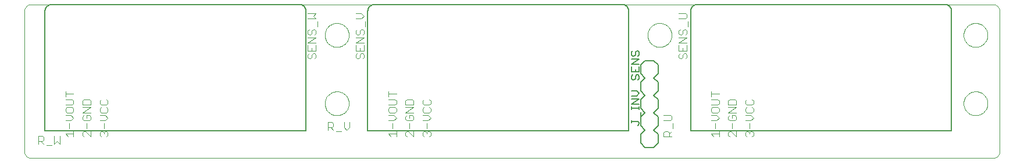
<source format=gto>
G75*
%MOIN*%
%OFA0B0*%
%FSLAX24Y24*%
%IPPOS*%
%LPD*%
%AMOC8*
5,1,8,0,0,1.08239X$1,22.5*
%
%ADD10C,0.0000*%
%ADD11C,0.0050*%
%ADD12C,0.0040*%
%ADD13C,0.0080*%
D10*
X002518Y000574D02*
X057636Y000574D01*
X057636Y000573D02*
X057675Y000575D01*
X057713Y000581D01*
X057750Y000590D01*
X057787Y000603D01*
X057822Y000620D01*
X057855Y000639D01*
X057886Y000662D01*
X057915Y000688D01*
X057941Y000717D01*
X057964Y000748D01*
X057983Y000781D01*
X058000Y000816D01*
X058013Y000853D01*
X058022Y000890D01*
X058028Y000928D01*
X058030Y000967D01*
X058029Y000967D02*
X058029Y009038D01*
X058030Y009038D02*
X058028Y009077D01*
X058022Y009115D01*
X058013Y009152D01*
X058000Y009189D01*
X057983Y009224D01*
X057964Y009257D01*
X057941Y009288D01*
X057915Y009317D01*
X057886Y009343D01*
X057855Y009366D01*
X057822Y009385D01*
X057787Y009402D01*
X057750Y009415D01*
X057713Y009424D01*
X057675Y009430D01*
X057636Y009432D01*
X002518Y009432D01*
X002479Y009430D01*
X002441Y009424D01*
X002404Y009415D01*
X002367Y009402D01*
X002332Y009385D01*
X002299Y009366D01*
X002268Y009343D01*
X002239Y009317D01*
X002213Y009288D01*
X002190Y009257D01*
X002171Y009224D01*
X002154Y009189D01*
X002141Y009152D01*
X002132Y009115D01*
X002126Y009077D01*
X002124Y009038D01*
X002124Y000967D01*
X002126Y000928D01*
X002132Y000890D01*
X002141Y000853D01*
X002154Y000816D01*
X002171Y000781D01*
X002190Y000748D01*
X002213Y000717D01*
X002239Y000688D01*
X002268Y000662D01*
X002299Y000639D01*
X002332Y000620D01*
X002367Y000603D01*
X002404Y000590D01*
X002441Y000581D01*
X002479Y000575D01*
X002518Y000573D01*
X019348Y003723D02*
X019350Y003775D01*
X019356Y003827D01*
X019366Y003878D01*
X019379Y003928D01*
X019397Y003978D01*
X019418Y004025D01*
X019442Y004071D01*
X019471Y004115D01*
X019502Y004157D01*
X019536Y004196D01*
X019573Y004233D01*
X019613Y004266D01*
X019656Y004297D01*
X019700Y004324D01*
X019746Y004348D01*
X019795Y004368D01*
X019844Y004384D01*
X019895Y004397D01*
X019946Y004406D01*
X019998Y004411D01*
X020050Y004412D01*
X020102Y004409D01*
X020154Y004402D01*
X020205Y004391D01*
X020255Y004377D01*
X020304Y004358D01*
X020351Y004336D01*
X020396Y004311D01*
X020440Y004282D01*
X020481Y004250D01*
X020520Y004215D01*
X020555Y004177D01*
X020588Y004136D01*
X020618Y004094D01*
X020644Y004049D01*
X020667Y004002D01*
X020686Y003953D01*
X020702Y003903D01*
X020714Y003853D01*
X020722Y003801D01*
X020726Y003749D01*
X020726Y003697D01*
X020722Y003645D01*
X020714Y003593D01*
X020702Y003543D01*
X020686Y003493D01*
X020667Y003444D01*
X020644Y003397D01*
X020618Y003352D01*
X020588Y003310D01*
X020555Y003269D01*
X020520Y003231D01*
X020481Y003196D01*
X020440Y003164D01*
X020396Y003135D01*
X020351Y003110D01*
X020304Y003088D01*
X020255Y003069D01*
X020205Y003055D01*
X020154Y003044D01*
X020102Y003037D01*
X020050Y003034D01*
X019998Y003035D01*
X019946Y003040D01*
X019895Y003049D01*
X019844Y003062D01*
X019795Y003078D01*
X019746Y003098D01*
X019700Y003122D01*
X019656Y003149D01*
X019613Y003180D01*
X019573Y003213D01*
X019536Y003250D01*
X019502Y003289D01*
X019471Y003331D01*
X019442Y003375D01*
X019418Y003421D01*
X019397Y003468D01*
X019379Y003518D01*
X019366Y003568D01*
X019356Y003619D01*
X019350Y003671D01*
X019348Y003723D01*
X019348Y007660D02*
X019350Y007712D01*
X019356Y007764D01*
X019366Y007815D01*
X019379Y007865D01*
X019397Y007915D01*
X019418Y007962D01*
X019442Y008008D01*
X019471Y008052D01*
X019502Y008094D01*
X019536Y008133D01*
X019573Y008170D01*
X019613Y008203D01*
X019656Y008234D01*
X019700Y008261D01*
X019746Y008285D01*
X019795Y008305D01*
X019844Y008321D01*
X019895Y008334D01*
X019946Y008343D01*
X019998Y008348D01*
X020050Y008349D01*
X020102Y008346D01*
X020154Y008339D01*
X020205Y008328D01*
X020255Y008314D01*
X020304Y008295D01*
X020351Y008273D01*
X020396Y008248D01*
X020440Y008219D01*
X020481Y008187D01*
X020520Y008152D01*
X020555Y008114D01*
X020588Y008073D01*
X020618Y008031D01*
X020644Y007986D01*
X020667Y007939D01*
X020686Y007890D01*
X020702Y007840D01*
X020714Y007790D01*
X020722Y007738D01*
X020726Y007686D01*
X020726Y007634D01*
X020722Y007582D01*
X020714Y007530D01*
X020702Y007480D01*
X020686Y007430D01*
X020667Y007381D01*
X020644Y007334D01*
X020618Y007289D01*
X020588Y007247D01*
X020555Y007206D01*
X020520Y007168D01*
X020481Y007133D01*
X020440Y007101D01*
X020396Y007072D01*
X020351Y007047D01*
X020304Y007025D01*
X020255Y007006D01*
X020205Y006992D01*
X020154Y006981D01*
X020102Y006974D01*
X020050Y006971D01*
X019998Y006972D01*
X019946Y006977D01*
X019895Y006986D01*
X019844Y006999D01*
X019795Y007015D01*
X019746Y007035D01*
X019700Y007059D01*
X019656Y007086D01*
X019613Y007117D01*
X019573Y007150D01*
X019536Y007187D01*
X019502Y007226D01*
X019471Y007268D01*
X019442Y007312D01*
X019418Y007358D01*
X019397Y007405D01*
X019379Y007455D01*
X019366Y007505D01*
X019356Y007556D01*
X019350Y007608D01*
X019348Y007660D01*
X037852Y007660D02*
X037854Y007712D01*
X037860Y007764D01*
X037870Y007815D01*
X037883Y007865D01*
X037901Y007915D01*
X037922Y007962D01*
X037946Y008008D01*
X037975Y008052D01*
X038006Y008094D01*
X038040Y008133D01*
X038077Y008170D01*
X038117Y008203D01*
X038160Y008234D01*
X038204Y008261D01*
X038250Y008285D01*
X038299Y008305D01*
X038348Y008321D01*
X038399Y008334D01*
X038450Y008343D01*
X038502Y008348D01*
X038554Y008349D01*
X038606Y008346D01*
X038658Y008339D01*
X038709Y008328D01*
X038759Y008314D01*
X038808Y008295D01*
X038855Y008273D01*
X038900Y008248D01*
X038944Y008219D01*
X038985Y008187D01*
X039024Y008152D01*
X039059Y008114D01*
X039092Y008073D01*
X039122Y008031D01*
X039148Y007986D01*
X039171Y007939D01*
X039190Y007890D01*
X039206Y007840D01*
X039218Y007790D01*
X039226Y007738D01*
X039230Y007686D01*
X039230Y007634D01*
X039226Y007582D01*
X039218Y007530D01*
X039206Y007480D01*
X039190Y007430D01*
X039171Y007381D01*
X039148Y007334D01*
X039122Y007289D01*
X039092Y007247D01*
X039059Y007206D01*
X039024Y007168D01*
X038985Y007133D01*
X038944Y007101D01*
X038900Y007072D01*
X038855Y007047D01*
X038808Y007025D01*
X038759Y007006D01*
X038709Y006992D01*
X038658Y006981D01*
X038606Y006974D01*
X038554Y006971D01*
X038502Y006972D01*
X038450Y006977D01*
X038399Y006986D01*
X038348Y006999D01*
X038299Y007015D01*
X038250Y007035D01*
X038204Y007059D01*
X038160Y007086D01*
X038117Y007117D01*
X038077Y007150D01*
X038040Y007187D01*
X038006Y007226D01*
X037975Y007268D01*
X037946Y007312D01*
X037922Y007358D01*
X037901Y007405D01*
X037883Y007455D01*
X037870Y007505D01*
X037860Y007556D01*
X037854Y007608D01*
X037852Y007660D01*
X055963Y007660D02*
X055965Y007712D01*
X055971Y007764D01*
X055981Y007815D01*
X055994Y007865D01*
X056012Y007915D01*
X056033Y007962D01*
X056057Y008008D01*
X056086Y008052D01*
X056117Y008094D01*
X056151Y008133D01*
X056188Y008170D01*
X056228Y008203D01*
X056271Y008234D01*
X056315Y008261D01*
X056361Y008285D01*
X056410Y008305D01*
X056459Y008321D01*
X056510Y008334D01*
X056561Y008343D01*
X056613Y008348D01*
X056665Y008349D01*
X056717Y008346D01*
X056769Y008339D01*
X056820Y008328D01*
X056870Y008314D01*
X056919Y008295D01*
X056966Y008273D01*
X057011Y008248D01*
X057055Y008219D01*
X057096Y008187D01*
X057135Y008152D01*
X057170Y008114D01*
X057203Y008073D01*
X057233Y008031D01*
X057259Y007986D01*
X057282Y007939D01*
X057301Y007890D01*
X057317Y007840D01*
X057329Y007790D01*
X057337Y007738D01*
X057341Y007686D01*
X057341Y007634D01*
X057337Y007582D01*
X057329Y007530D01*
X057317Y007480D01*
X057301Y007430D01*
X057282Y007381D01*
X057259Y007334D01*
X057233Y007289D01*
X057203Y007247D01*
X057170Y007206D01*
X057135Y007168D01*
X057096Y007133D01*
X057055Y007101D01*
X057011Y007072D01*
X056966Y007047D01*
X056919Y007025D01*
X056870Y007006D01*
X056820Y006992D01*
X056769Y006981D01*
X056717Y006974D01*
X056665Y006971D01*
X056613Y006972D01*
X056561Y006977D01*
X056510Y006986D01*
X056459Y006999D01*
X056410Y007015D01*
X056361Y007035D01*
X056315Y007059D01*
X056271Y007086D01*
X056228Y007117D01*
X056188Y007150D01*
X056151Y007187D01*
X056117Y007226D01*
X056086Y007268D01*
X056057Y007312D01*
X056033Y007358D01*
X056012Y007405D01*
X055994Y007455D01*
X055981Y007505D01*
X055971Y007556D01*
X055965Y007608D01*
X055963Y007660D01*
X055963Y003723D02*
X055965Y003775D01*
X055971Y003827D01*
X055981Y003878D01*
X055994Y003928D01*
X056012Y003978D01*
X056033Y004025D01*
X056057Y004071D01*
X056086Y004115D01*
X056117Y004157D01*
X056151Y004196D01*
X056188Y004233D01*
X056228Y004266D01*
X056271Y004297D01*
X056315Y004324D01*
X056361Y004348D01*
X056410Y004368D01*
X056459Y004384D01*
X056510Y004397D01*
X056561Y004406D01*
X056613Y004411D01*
X056665Y004412D01*
X056717Y004409D01*
X056769Y004402D01*
X056820Y004391D01*
X056870Y004377D01*
X056919Y004358D01*
X056966Y004336D01*
X057011Y004311D01*
X057055Y004282D01*
X057096Y004250D01*
X057135Y004215D01*
X057170Y004177D01*
X057203Y004136D01*
X057233Y004094D01*
X057259Y004049D01*
X057282Y004002D01*
X057301Y003953D01*
X057317Y003903D01*
X057329Y003853D01*
X057337Y003801D01*
X057341Y003749D01*
X057341Y003697D01*
X057337Y003645D01*
X057329Y003593D01*
X057317Y003543D01*
X057301Y003493D01*
X057282Y003444D01*
X057259Y003397D01*
X057233Y003352D01*
X057203Y003310D01*
X057170Y003269D01*
X057135Y003231D01*
X057096Y003196D01*
X057055Y003164D01*
X057011Y003135D01*
X056966Y003110D01*
X056919Y003088D01*
X056870Y003069D01*
X056820Y003055D01*
X056769Y003044D01*
X056717Y003037D01*
X056665Y003034D01*
X056613Y003035D01*
X056561Y003040D01*
X056510Y003049D01*
X056459Y003062D01*
X056410Y003078D01*
X056361Y003098D01*
X056315Y003122D01*
X056271Y003149D01*
X056228Y003180D01*
X056188Y003213D01*
X056151Y003250D01*
X056117Y003289D01*
X056086Y003331D01*
X056057Y003375D01*
X056033Y003421D01*
X056012Y003468D01*
X055994Y003518D01*
X055981Y003568D01*
X055971Y003619D01*
X055965Y003671D01*
X055963Y003723D01*
D11*
X055274Y002149D02*
X040313Y002149D01*
X040313Y009038D01*
X040315Y009077D01*
X040321Y009115D01*
X040330Y009152D01*
X040343Y009189D01*
X040360Y009224D01*
X040379Y009257D01*
X040402Y009288D01*
X040428Y009317D01*
X040457Y009343D01*
X040488Y009366D01*
X040521Y009385D01*
X040556Y009402D01*
X040593Y009415D01*
X040630Y009424D01*
X040668Y009430D01*
X040707Y009432D01*
X054880Y009432D01*
X054919Y009430D01*
X054957Y009424D01*
X054994Y009415D01*
X055031Y009402D01*
X055066Y009385D01*
X055099Y009366D01*
X055130Y009343D01*
X055159Y009317D01*
X055185Y009288D01*
X055208Y009257D01*
X055227Y009224D01*
X055244Y009189D01*
X055257Y009152D01*
X055266Y009115D01*
X055272Y009077D01*
X055274Y009038D01*
X055274Y002149D01*
X037449Y002926D02*
X037449Y003226D01*
X037374Y003386D02*
X037374Y003537D01*
X037374Y003461D02*
X036924Y003461D01*
X036924Y003386D02*
X036924Y003537D01*
X036924Y003693D02*
X037374Y003994D01*
X036924Y003994D01*
X036924Y004154D02*
X037224Y004154D01*
X037374Y004304D01*
X037224Y004454D01*
X036924Y004454D01*
X037449Y004614D02*
X037449Y004914D01*
X037299Y005075D02*
X037374Y005150D01*
X037374Y005300D01*
X037299Y005375D01*
X037224Y005375D01*
X037149Y005300D01*
X037149Y005150D01*
X037074Y005075D01*
X036999Y005075D01*
X036924Y005150D01*
X036924Y005300D01*
X036999Y005375D01*
X036924Y005535D02*
X037374Y005535D01*
X037374Y005835D01*
X037374Y005995D02*
X036924Y005995D01*
X037374Y006296D01*
X036924Y006296D01*
X036999Y006456D02*
X037074Y006456D01*
X037149Y006531D01*
X037149Y006681D01*
X037224Y006756D01*
X037299Y006756D01*
X037374Y006681D01*
X037374Y006531D01*
X037299Y006456D01*
X036999Y006456D02*
X036924Y006531D01*
X036924Y006681D01*
X036999Y006756D01*
X036924Y005835D02*
X036924Y005535D01*
X037149Y005535D02*
X037149Y005685D01*
X037374Y003693D02*
X036924Y003693D01*
X036924Y002766D02*
X036924Y002616D01*
X036924Y002691D02*
X037299Y002691D01*
X037374Y002616D01*
X037374Y002541D01*
X037299Y002466D01*
X036770Y002149D02*
X021809Y002149D01*
X021809Y009038D01*
X021811Y009077D01*
X021817Y009115D01*
X021826Y009152D01*
X021839Y009189D01*
X021856Y009224D01*
X021875Y009257D01*
X021898Y009288D01*
X021924Y009317D01*
X021953Y009343D01*
X021984Y009366D01*
X022017Y009385D01*
X022052Y009402D01*
X022089Y009415D01*
X022126Y009424D01*
X022164Y009430D01*
X022203Y009432D01*
X036376Y009432D01*
X036415Y009430D01*
X036453Y009424D01*
X036490Y009415D01*
X036527Y009402D01*
X036562Y009385D01*
X036595Y009366D01*
X036626Y009343D01*
X036655Y009317D01*
X036681Y009288D01*
X036704Y009257D01*
X036723Y009224D01*
X036740Y009189D01*
X036753Y009152D01*
X036762Y009115D01*
X036768Y009077D01*
X036770Y009038D01*
X036770Y002149D01*
X018266Y002149D02*
X003305Y002149D01*
X003305Y009038D01*
X003307Y009077D01*
X003313Y009115D01*
X003322Y009152D01*
X003335Y009189D01*
X003352Y009224D01*
X003371Y009257D01*
X003394Y009288D01*
X003420Y009317D01*
X003449Y009343D01*
X003480Y009366D01*
X003513Y009385D01*
X003548Y009402D01*
X003585Y009415D01*
X003622Y009424D01*
X003660Y009430D01*
X003699Y009432D01*
X017872Y009432D01*
X017911Y009430D01*
X017949Y009424D01*
X017986Y009415D01*
X018023Y009402D01*
X018058Y009385D01*
X018091Y009366D01*
X018122Y009343D01*
X018151Y009317D01*
X018177Y009288D01*
X018200Y009257D01*
X018219Y009224D01*
X018236Y009189D01*
X018249Y009152D01*
X018258Y009115D01*
X018264Y009077D01*
X018266Y009038D01*
X018266Y002149D01*
D12*
X019532Y002182D02*
X019532Y002643D01*
X019762Y002643D01*
X019839Y002566D01*
X019839Y002412D01*
X019762Y002336D01*
X019532Y002336D01*
X019685Y002336D02*
X019839Y002182D01*
X019992Y002106D02*
X020299Y002106D01*
X020453Y002336D02*
X020606Y002182D01*
X020759Y002336D01*
X020759Y002643D01*
X020453Y002643D02*
X020453Y002336D01*
X022982Y001968D02*
X023136Y001814D01*
X022982Y001968D02*
X023443Y001968D01*
X023443Y002121D02*
X023443Y001814D01*
X023966Y001891D02*
X024043Y001814D01*
X023966Y001891D02*
X023966Y002044D01*
X024043Y002121D01*
X024120Y002121D01*
X024427Y001814D01*
X024427Y002121D01*
X024197Y002275D02*
X024197Y002581D01*
X024350Y002735D02*
X024427Y002812D01*
X024427Y002965D01*
X024350Y003042D01*
X024197Y003042D01*
X024197Y002888D01*
X024350Y002735D02*
X024043Y002735D01*
X023966Y002812D01*
X023966Y002965D01*
X024043Y003042D01*
X023966Y003195D02*
X024427Y003502D01*
X023966Y003502D01*
X023966Y003656D02*
X023966Y003886D01*
X024043Y003963D01*
X024350Y003963D01*
X024427Y003886D01*
X024427Y003656D01*
X023966Y003656D01*
X023443Y003732D02*
X023443Y003886D01*
X023366Y003963D01*
X022982Y003963D01*
X022982Y004116D02*
X022982Y004423D01*
X022982Y004270D02*
X023443Y004270D01*
X024951Y003886D02*
X025027Y003963D01*
X024951Y003886D02*
X024951Y003732D01*
X025027Y003656D01*
X025334Y003656D01*
X025411Y003732D01*
X025411Y003886D01*
X025334Y003963D01*
X023443Y003732D02*
X023366Y003656D01*
X022982Y003656D01*
X023059Y003502D02*
X022982Y003426D01*
X022982Y003272D01*
X023059Y003195D01*
X023366Y003195D01*
X023443Y003272D01*
X023443Y003426D01*
X023366Y003502D01*
X023059Y003502D01*
X023966Y003195D02*
X024427Y003195D01*
X024951Y003272D02*
X025027Y003195D01*
X025334Y003195D01*
X025411Y003272D01*
X025411Y003426D01*
X025334Y003502D01*
X025027Y003502D02*
X024951Y003426D01*
X024951Y003272D01*
X024951Y003042D02*
X025258Y003042D01*
X025411Y002888D01*
X025258Y002735D01*
X024951Y002735D01*
X025181Y002581D02*
X025181Y002275D01*
X025258Y002121D02*
X025334Y002121D01*
X025411Y002044D01*
X025411Y001891D01*
X025334Y001814D01*
X025181Y001968D02*
X025181Y002044D01*
X025258Y002121D01*
X025181Y002044D02*
X025104Y002121D01*
X025027Y002121D01*
X024951Y002044D01*
X024951Y001891D01*
X025027Y001814D01*
X023212Y002275D02*
X023212Y002581D01*
X023289Y002735D02*
X023443Y002888D01*
X023289Y003042D01*
X022982Y003042D01*
X022982Y002735D02*
X023289Y002735D01*
X038772Y002746D02*
X039155Y002746D01*
X039232Y002822D01*
X039232Y002976D01*
X039155Y003052D01*
X038772Y003052D01*
X039309Y002592D02*
X039309Y002285D01*
X039232Y002132D02*
X039078Y001978D01*
X039078Y002055D02*
X039078Y001825D01*
X039232Y001825D02*
X038772Y001825D01*
X038772Y002055D01*
X038848Y002132D01*
X039002Y002132D01*
X039078Y002055D01*
X041486Y001968D02*
X041946Y001968D01*
X041946Y002121D02*
X041946Y001814D01*
X041640Y001814D02*
X041486Y001968D01*
X042470Y002044D02*
X042547Y002121D01*
X042624Y002121D01*
X042931Y001814D01*
X042931Y002121D01*
X042701Y002275D02*
X042701Y002581D01*
X042547Y002735D02*
X042854Y002735D01*
X042931Y002812D01*
X042931Y002965D01*
X042854Y003042D01*
X042701Y003042D01*
X042701Y002888D01*
X042547Y002735D02*
X042470Y002812D01*
X042470Y002965D01*
X042547Y003042D01*
X042470Y003195D02*
X042931Y003502D01*
X042470Y003502D01*
X042470Y003656D02*
X042470Y003886D01*
X042547Y003963D01*
X042854Y003963D01*
X042931Y003886D01*
X042931Y003656D01*
X042470Y003656D01*
X041946Y003732D02*
X041946Y003886D01*
X041870Y003963D01*
X041486Y003963D01*
X041486Y004116D02*
X041486Y004423D01*
X041486Y004270D02*
X041946Y004270D01*
X043455Y003886D02*
X043455Y003732D01*
X043531Y003656D01*
X043838Y003656D01*
X043915Y003732D01*
X043915Y003886D01*
X043838Y003963D01*
X043531Y003963D02*
X043455Y003886D01*
X043531Y003502D02*
X043455Y003426D01*
X043455Y003272D01*
X043531Y003195D01*
X043838Y003195D01*
X043915Y003272D01*
X043915Y003426D01*
X043838Y003502D01*
X042931Y003195D02*
X042470Y003195D01*
X041946Y003272D02*
X041946Y003426D01*
X041870Y003502D01*
X041563Y003502D01*
X041486Y003426D01*
X041486Y003272D01*
X041563Y003195D01*
X041870Y003195D01*
X041946Y003272D01*
X041793Y003042D02*
X041486Y003042D01*
X041793Y003042D02*
X041946Y002888D01*
X041793Y002735D01*
X041486Y002735D01*
X041716Y002581D02*
X041716Y002275D01*
X042470Y002044D02*
X042470Y001891D01*
X042547Y001814D01*
X043455Y001891D02*
X043455Y002044D01*
X043531Y002121D01*
X043608Y002121D01*
X043685Y002044D01*
X043762Y002121D01*
X043838Y002121D01*
X043915Y002044D01*
X043915Y001891D01*
X043838Y001814D01*
X043685Y001968D02*
X043685Y002044D01*
X043531Y001814D02*
X043455Y001891D01*
X043685Y002275D02*
X043685Y002581D01*
X043762Y002735D02*
X043915Y002888D01*
X043762Y003042D01*
X043455Y003042D01*
X043455Y002735D02*
X043762Y002735D01*
X041946Y003732D02*
X041870Y003656D01*
X041486Y003656D01*
X040019Y006302D02*
X040096Y006379D01*
X040096Y006533D01*
X040019Y006609D01*
X039943Y006609D01*
X039866Y006533D01*
X039866Y006379D01*
X039789Y006302D01*
X039712Y006302D01*
X039636Y006379D01*
X039636Y006533D01*
X039712Y006609D01*
X039636Y006763D02*
X040096Y006763D01*
X040096Y007070D01*
X040096Y007223D02*
X039636Y007223D01*
X040096Y007530D01*
X039636Y007530D01*
X039712Y007684D02*
X039789Y007684D01*
X039866Y007760D01*
X039866Y007914D01*
X039943Y007990D01*
X040019Y007990D01*
X040096Y007914D01*
X040096Y007760D01*
X040019Y007684D01*
X039712Y007684D02*
X039636Y007760D01*
X039636Y007914D01*
X039712Y007990D01*
X040173Y008144D02*
X040173Y008451D01*
X040019Y008604D02*
X039636Y008604D01*
X040019Y008604D02*
X040096Y008681D01*
X040096Y008835D01*
X040019Y008911D01*
X039636Y008911D01*
X039636Y007070D02*
X039636Y006763D01*
X039866Y006763D02*
X039866Y006916D01*
X021669Y008144D02*
X021669Y008451D01*
X021439Y008604D02*
X021592Y008758D01*
X021439Y008911D01*
X021132Y008911D01*
X021132Y008604D02*
X021439Y008604D01*
X018913Y008451D02*
X018913Y008144D01*
X018760Y007990D02*
X018683Y007990D01*
X018606Y007914D01*
X018606Y007760D01*
X018529Y007684D01*
X018453Y007684D01*
X018376Y007760D01*
X018376Y007914D01*
X018453Y007990D01*
X018760Y007990D02*
X018836Y007914D01*
X018836Y007760D01*
X018760Y007684D01*
X018836Y007530D02*
X018376Y007530D01*
X018376Y007223D02*
X018836Y007530D01*
X018836Y007223D02*
X018376Y007223D01*
X018376Y007070D02*
X018376Y006763D01*
X018836Y006763D01*
X018836Y007070D01*
X018606Y006916D02*
X018606Y006763D01*
X018683Y006609D02*
X018760Y006609D01*
X018836Y006533D01*
X018836Y006379D01*
X018760Y006302D01*
X018606Y006379D02*
X018606Y006533D01*
X018683Y006609D01*
X018453Y006609D02*
X018376Y006533D01*
X018376Y006379D01*
X018453Y006302D01*
X018529Y006302D01*
X018606Y006379D01*
X021132Y006379D02*
X021208Y006302D01*
X021285Y006302D01*
X021362Y006379D01*
X021362Y006533D01*
X021439Y006609D01*
X021515Y006609D01*
X021592Y006533D01*
X021592Y006379D01*
X021515Y006302D01*
X021132Y006379D02*
X021132Y006533D01*
X021208Y006609D01*
X021132Y006763D02*
X021592Y006763D01*
X021592Y007070D01*
X021592Y007223D02*
X021132Y007223D01*
X021592Y007530D01*
X021132Y007530D01*
X021208Y007684D02*
X021285Y007684D01*
X021362Y007760D01*
X021362Y007914D01*
X021439Y007990D01*
X021515Y007990D01*
X021592Y007914D01*
X021592Y007760D01*
X021515Y007684D01*
X021208Y007684D02*
X021132Y007760D01*
X021132Y007914D01*
X021208Y007990D01*
X018836Y008604D02*
X018376Y008604D01*
X018683Y008758D02*
X018836Y008911D01*
X018376Y008911D01*
X018683Y008758D02*
X018836Y008604D01*
X021132Y007070D02*
X021132Y006763D01*
X021362Y006763D02*
X021362Y006916D01*
X006907Y003886D02*
X006830Y003963D01*
X006907Y003886D02*
X006907Y003732D01*
X006830Y003656D01*
X006523Y003656D01*
X006447Y003732D01*
X006447Y003886D01*
X006523Y003963D01*
X005923Y003886D02*
X005846Y003963D01*
X005539Y003963D01*
X005462Y003886D01*
X005462Y003656D01*
X005923Y003656D01*
X005923Y003886D01*
X004939Y003886D02*
X004939Y003732D01*
X004862Y003656D01*
X004478Y003656D01*
X004555Y003502D02*
X004478Y003426D01*
X004478Y003272D01*
X004555Y003195D01*
X004862Y003195D01*
X004939Y003272D01*
X004939Y003426D01*
X004862Y003502D01*
X004555Y003502D01*
X005462Y003502D02*
X005923Y003502D01*
X005462Y003195D01*
X005923Y003195D01*
X005846Y003042D02*
X005693Y003042D01*
X005693Y002888D01*
X005846Y002735D02*
X005923Y002812D01*
X005923Y002965D01*
X005846Y003042D01*
X005539Y003042D02*
X005462Y002965D01*
X005462Y002812D01*
X005539Y002735D01*
X005846Y002735D01*
X005693Y002581D02*
X005693Y002275D01*
X005616Y002121D02*
X005539Y002121D01*
X005462Y002044D01*
X005462Y001891D01*
X005539Y001814D01*
X005616Y002121D02*
X005923Y001814D01*
X005923Y002121D01*
X006447Y002044D02*
X006523Y002121D01*
X006600Y002121D01*
X006677Y002044D01*
X006754Y002121D01*
X006830Y002121D01*
X006907Y002044D01*
X006907Y001891D01*
X006830Y001814D01*
X006677Y001968D02*
X006677Y002044D01*
X006447Y002044D02*
X006447Y001891D01*
X006523Y001814D01*
X004939Y001814D02*
X004939Y002121D01*
X004708Y002275D02*
X004708Y002581D01*
X004785Y002735D02*
X004478Y002735D01*
X004785Y002735D02*
X004939Y002888D01*
X004785Y003042D01*
X004478Y003042D01*
X006447Y003042D02*
X006754Y003042D01*
X006907Y002888D01*
X006754Y002735D01*
X006447Y002735D01*
X006677Y002581D02*
X006677Y002275D01*
X004939Y001968D02*
X004478Y001968D01*
X004632Y001814D01*
X004145Y001855D02*
X004145Y001395D01*
X003992Y001548D01*
X003838Y001395D01*
X003838Y001855D01*
X003224Y001779D02*
X003224Y001625D01*
X003148Y001548D01*
X002918Y001548D01*
X003071Y001548D02*
X003224Y001395D01*
X003378Y001318D02*
X003685Y001318D01*
X002918Y001395D02*
X002918Y001855D01*
X003148Y001855D01*
X003224Y001779D01*
X006447Y003272D02*
X006523Y003195D01*
X006830Y003195D01*
X006907Y003272D01*
X006907Y003426D01*
X006830Y003502D01*
X006523Y003502D02*
X006447Y003426D01*
X006447Y003272D01*
X004939Y003886D02*
X004862Y003963D01*
X004478Y003963D01*
X004478Y004116D02*
X004478Y004423D01*
X004478Y004270D02*
X004939Y004270D01*
D13*
X037451Y004442D02*
X037451Y004942D01*
X037701Y005192D01*
X037451Y005442D01*
X037451Y005942D01*
X037701Y006192D01*
X038201Y006192D01*
X038451Y005942D01*
X038451Y005442D01*
X038201Y005192D01*
X038451Y004942D01*
X038451Y004442D01*
X038201Y004192D01*
X038451Y003942D01*
X038451Y003442D01*
X038201Y003192D01*
X038451Y002942D01*
X038451Y002442D01*
X038201Y002192D01*
X038451Y001942D01*
X038451Y001442D01*
X038201Y001192D01*
X037701Y001192D01*
X037451Y001442D01*
X037451Y001942D01*
X037701Y002192D01*
X037451Y002442D01*
X037451Y002942D01*
X037701Y003192D01*
X037451Y003442D01*
X037451Y003942D01*
X037701Y004192D01*
X037451Y004442D01*
M02*

</source>
